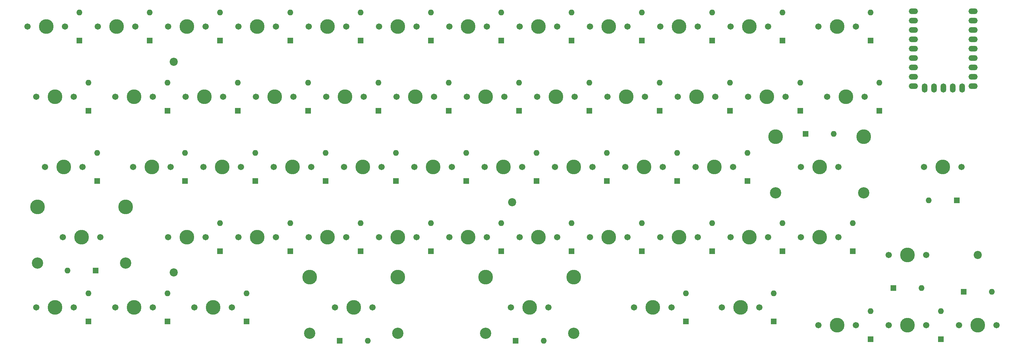
<source format=gbr>
%TF.GenerationSoftware,KiCad,Pcbnew,7.0.9*%
%TF.CreationDate,2024-03-10T13:20:19+01:00*%
%TF.ProjectId,65petit,36357065-7469-4742-9e6b-696361645f70,rev?*%
%TF.SameCoordinates,Original*%
%TF.FileFunction,Soldermask,Top*%
%TF.FilePolarity,Negative*%
%FSLAX46Y46*%
G04 Gerber Fmt 4.6, Leading zero omitted, Abs format (unit mm)*
G04 Created by KiCad (PCBNEW 7.0.9) date 2024-03-10 13:20:19*
%MOMM*%
%LPD*%
G01*
G04 APERTURE LIST*
%ADD10C,1.701800*%
%ADD11C,3.987800*%
%ADD12R,1.600000X1.600000*%
%ADD13O,1.600000X1.600000*%
%ADD14O,2.500000X1.500000*%
%ADD15O,1.500000X2.500000*%
%ADD16C,2.200000*%
%ADD17C,3.048000*%
G04 APERTURE END LIST*
D10*
%TO.C,MX38*%
X102070000Y-107150000D03*
D11*
X107150000Y-107150000D03*
D10*
X112230000Y-107150000D03*
%TD*%
D12*
%TO.C,D22*%
X235212500Y-72860000D03*
D13*
X235212500Y-65240000D03*
%TD*%
D10*
%TO.C,MX17*%
X125882500Y-69050000D03*
D11*
X130962500Y-69050000D03*
D10*
X136042500Y-69050000D03*
%TD*%
%TO.C,MX59*%
X233038750Y-126200000D03*
D11*
X238118750Y-126200000D03*
D10*
X243198750Y-126200000D03*
%TD*%
%TO.C,MX32*%
X187795000Y-88100000D03*
D11*
X192875000Y-88100000D03*
D10*
X197955000Y-88100000D03*
%TD*%
D12*
%TO.C,D43*%
X211400000Y-110960000D03*
D13*
X211400000Y-103340000D03*
%TD*%
D12*
%TO.C,D45*%
X249500000Y-110960000D03*
D13*
X249500000Y-103340000D03*
%TD*%
%TO.C,D54*%
X82812500Y-122390000D03*
D12*
X82812500Y-130010000D03*
%TD*%
%TO.C,D21*%
X216162500Y-72860000D03*
D13*
X216162500Y-65240000D03*
%TD*%
D12*
%TO.C,D23*%
X254262500Y-72860000D03*
D13*
X254262500Y-65240000D03*
%TD*%
D10*
%TO.C,MX47*%
X259232500Y-130962500D03*
D11*
X264312500Y-130962500D03*
D10*
X269392500Y-130962500D03*
%TD*%
D12*
%TO.C,D30*%
X163775000Y-91910000D03*
D13*
X163775000Y-84290000D03*
%TD*%
D10*
%TO.C,MX30*%
X149695000Y-88100000D03*
D11*
X154775000Y-88100000D03*
D10*
X159855000Y-88100000D03*
%TD*%
%TO.C,MX58*%
X209226250Y-126200000D03*
D11*
X214306250Y-126200000D03*
D10*
X219386250Y-126200000D03*
%TD*%
%TO.C,MX45*%
X235420000Y-107150000D03*
D11*
X240500000Y-107150000D03*
D10*
X245580000Y-107150000D03*
%TD*%
D12*
%TO.C,D50*%
X298602500Y-121962500D03*
D13*
X306222500Y-121962500D03*
%TD*%
D10*
%TO.C,MX5*%
X121120000Y-50000000D03*
D11*
X126200000Y-50000000D03*
D10*
X131280000Y-50000000D03*
%TD*%
%TO.C,MX13*%
X47301250Y-69050000D03*
D11*
X52381250Y-69050000D03*
D10*
X57461250Y-69050000D03*
%TD*%
%TO.C,MX46*%
X254470000Y-107150000D03*
D11*
X259550000Y-107150000D03*
D10*
X264630000Y-107150000D03*
%TD*%
%TO.C,MX19*%
X163982500Y-69050000D03*
D11*
X169062500Y-69050000D03*
D10*
X174142500Y-69050000D03*
%TD*%
%TO.C,MX40*%
X140170000Y-107150000D03*
D11*
X145250000Y-107150000D03*
D10*
X150330000Y-107150000D03*
%TD*%
%TO.C,MX12*%
X259232500Y-50000000D03*
D11*
X264312500Y-50000000D03*
D10*
X269392500Y-50000000D03*
%TD*%
%TO.C,MX49*%
X278282500Y-111912500D03*
D11*
X283362500Y-111912500D03*
D10*
X288442500Y-111912500D03*
%TD*%
D12*
%TO.C,D10*%
X230450000Y-53810000D03*
D13*
X230450000Y-46190000D03*
%TD*%
D12*
%TO.C,D51*%
X296697500Y-97100000D03*
D13*
X289077500Y-97100000D03*
%TD*%
%TO.C,D53*%
X61381250Y-122390000D03*
D12*
X61381250Y-130010000D03*
%TD*%
D10*
%TO.C,MX14*%
X68732500Y-69050000D03*
D11*
X73812500Y-69050000D03*
D10*
X78892500Y-69050000D03*
%TD*%
D12*
%TO.C,D40*%
X154250000Y-110960000D03*
D13*
X154250000Y-103340000D03*
%TD*%
D10*
%TO.C,MX42*%
X178270000Y-107150000D03*
D11*
X183350000Y-107150000D03*
D10*
X188430000Y-107150000D03*
%TD*%
D12*
%TO.C,D16*%
X120912500Y-72860000D03*
D13*
X120912500Y-65240000D03*
%TD*%
D10*
%TO.C,MX54*%
X68732500Y-126200000D03*
D11*
X73812500Y-126200000D03*
D10*
X78892500Y-126200000D03*
%TD*%
D12*
%TO.C,D19*%
X178062500Y-72860000D03*
D13*
X178062500Y-65240000D03*
%TD*%
D10*
%TO.C,MX48*%
X278282500Y-130962500D03*
D11*
X283362500Y-130962500D03*
D10*
X288442500Y-130962500D03*
%TD*%
%TO.C,MX7*%
X159220000Y-50000000D03*
D11*
X164300000Y-50000000D03*
D10*
X169380000Y-50000000D03*
%TD*%
%TO.C,MX34*%
X225895000Y-88100000D03*
D11*
X230975000Y-88100000D03*
D10*
X236055000Y-88100000D03*
%TD*%
%TO.C,MX3*%
X83020000Y-50000000D03*
D11*
X88100000Y-50000000D03*
D10*
X93180000Y-50000000D03*
%TD*%
D14*
%TO.C,U1*%
X301151250Y-45793125D03*
X301151250Y-48333125D03*
X301151250Y-50873125D03*
X301151250Y-53413125D03*
X301151250Y-55953125D03*
X301151250Y-58493125D03*
X301151250Y-61033125D03*
X301151250Y-63573125D03*
X301151250Y-66113125D03*
D15*
X298111250Y-66613125D03*
X295571250Y-66613125D03*
X293031250Y-66613125D03*
X290491250Y-66613125D03*
X287951250Y-66613125D03*
D14*
X284911250Y-66113125D03*
X284911250Y-63573125D03*
X284911250Y-61033125D03*
X284911250Y-58493125D03*
X284911250Y-55953125D03*
X284911250Y-53413125D03*
X284911250Y-50873125D03*
X284911250Y-48333125D03*
X284911250Y-45793125D03*
%TD*%
D12*
%TO.C,D33*%
X220925000Y-91910000D03*
D13*
X220925000Y-84290000D03*
%TD*%
D12*
%TO.C,D37*%
X97100000Y-110960000D03*
D13*
X97100000Y-103340000D03*
%TD*%
D16*
%TO.C,REF\u002A\u002A*%
X176206250Y-97625000D03*
%TD*%
D10*
%TO.C,MX8*%
X178270000Y-50000000D03*
D11*
X183350000Y-50000000D03*
D10*
X188430000Y-50000000D03*
%TD*%
D12*
%TO.C,D48*%
X292362500Y-134772500D03*
D13*
X292362500Y-127152500D03*
%TD*%
D12*
%TO.C,D8*%
X192350000Y-53810000D03*
D13*
X192350000Y-46190000D03*
%TD*%
D10*
%TO.C,MX16*%
X106832500Y-69050000D03*
D11*
X111912500Y-69050000D03*
D10*
X116992500Y-69050000D03*
%TD*%
D12*
%TO.C,D41*%
X173300000Y-110960000D03*
D13*
X173300000Y-103340000D03*
%TD*%
D12*
%TO.C,D3*%
X97100000Y-53810000D03*
D13*
X97100000Y-46190000D03*
%TD*%
D10*
%TO.C,MX31*%
X168745000Y-88100000D03*
D11*
X173825000Y-88100000D03*
D10*
X178905000Y-88100000D03*
%TD*%
D12*
%TO.C,D42*%
X192350000Y-110960000D03*
D13*
X192350000Y-103340000D03*
%TD*%
D12*
%TO.C,D39*%
X135200000Y-110960000D03*
D13*
X135200000Y-103340000D03*
%TD*%
D10*
%TO.C,MX15*%
X87782500Y-69050000D03*
D11*
X92862500Y-69050000D03*
D10*
X97942500Y-69050000D03*
%TD*%
D12*
%TO.C,D11*%
X249500000Y-53810000D03*
D13*
X249500000Y-46190000D03*
%TD*%
D12*
%TO.C,D57*%
X177158750Y-135200000D03*
D13*
X184778750Y-135200000D03*
%TD*%
D12*
%TO.C,D38*%
X116150000Y-110960000D03*
D13*
X116150000Y-103340000D03*
%TD*%
D10*
%TO.C,MX4*%
X102070000Y-50000000D03*
D11*
X107150000Y-50000000D03*
D10*
X112230000Y-50000000D03*
%TD*%
D12*
%TO.C,D36*%
X63335000Y-116150000D03*
D13*
X55715000Y-116150000D03*
%TD*%
D12*
%TO.C,D32*%
X201875000Y-91910000D03*
D13*
X201875000Y-84290000D03*
%TD*%
D10*
%TO.C,MX23*%
X240182500Y-69050000D03*
D11*
X245262500Y-69050000D03*
D10*
X250342500Y-69050000D03*
%TD*%
D12*
%TO.C,D9*%
X211400000Y-53810000D03*
D13*
X211400000Y-46190000D03*
%TD*%
D12*
%TO.C,D47*%
X273312500Y-134772500D03*
D13*
X273312500Y-127152500D03*
%TD*%
D12*
%TO.C,D18*%
X159012500Y-72860000D03*
D13*
X159012500Y-65240000D03*
%TD*%
D12*
%TO.C,D25*%
X63762500Y-91910000D03*
D13*
X63762500Y-84290000D03*
%TD*%
D10*
%TO.C,MX29*%
X130645000Y-88100000D03*
D11*
X135725000Y-88100000D03*
D10*
X140805000Y-88100000D03*
%TD*%
D12*
%TO.C,D5*%
X135200000Y-53810000D03*
D13*
X135200000Y-46190000D03*
%TD*%
D12*
%TO.C,D4*%
X116150000Y-53810000D03*
D13*
X116150000Y-46190000D03*
%TD*%
D10*
%TO.C,MX53*%
X47301250Y-126200000D03*
D11*
X52381250Y-126200000D03*
D10*
X57461250Y-126200000D03*
%TD*%
D16*
%TO.C,REF\u002A\u002A*%
X84528125Y-116675000D03*
%TD*%
D10*
%TO.C,MX11*%
X235420000Y-50000000D03*
D11*
X240500000Y-50000000D03*
D10*
X245580000Y-50000000D03*
%TD*%
D16*
%TO.C,REF\u002A\u002A*%
X84528125Y-59525000D03*
%TD*%
D12*
%TO.C,D31*%
X182825000Y-91910000D03*
D13*
X182825000Y-84290000D03*
%TD*%
D12*
%TO.C,D26*%
X87575000Y-91910000D03*
D13*
X87575000Y-84290000D03*
%TD*%
D10*
%TO.C,MX55*%
X90163750Y-126200000D03*
D11*
X95243750Y-126200000D03*
D10*
X100323750Y-126200000D03*
%TD*%
%TO.C,MX26*%
X73495000Y-88100000D03*
D11*
X78575000Y-88100000D03*
D10*
X83655000Y-88100000D03*
%TD*%
D12*
%TO.C,D49*%
X279552500Y-120912500D03*
D13*
X287172500Y-120912500D03*
%TD*%
D10*
%TO.C,MX10*%
X216370000Y-50000000D03*
D11*
X221450000Y-50000000D03*
D10*
X226530000Y-50000000D03*
%TD*%
%TO.C,MX20*%
X183032500Y-69050000D03*
D11*
X188112500Y-69050000D03*
D10*
X193192500Y-69050000D03*
%TD*%
D12*
%TO.C,D6*%
X154250000Y-53810000D03*
D13*
X154250000Y-46190000D03*
%TD*%
D10*
%TO.C,MX18*%
X144932500Y-69050000D03*
D11*
X150012500Y-69050000D03*
D10*
X155092500Y-69050000D03*
%TD*%
D12*
%TO.C,D13*%
X61381250Y-72860000D03*
D13*
X61381250Y-65240000D03*
%TD*%
D12*
%TO.C,D27*%
X106625000Y-91910000D03*
D13*
X106625000Y-84290000D03*
%TD*%
D12*
%TO.C,D29*%
X144725000Y-91910000D03*
D13*
X144725000Y-84290000D03*
%TD*%
%TO.C,D55*%
X104243750Y-122390000D03*
D12*
X104243750Y-130010000D03*
%TD*%
D10*
%TO.C,MX43*%
X197320000Y-107150000D03*
D11*
X202400000Y-107150000D03*
D10*
X207480000Y-107150000D03*
%TD*%
D12*
%TO.C,D59*%
X247118750Y-130010000D03*
D13*
X247118750Y-122390000D03*
%TD*%
D11*
%TO.C,MX56*%
X121405750Y-117945000D03*
D17*
X121405750Y-133185000D03*
D10*
X128263750Y-126200000D03*
D11*
X133343750Y-126200000D03*
D10*
X138423750Y-126200000D03*
D11*
X145281750Y-117945000D03*
D17*
X145281750Y-133185000D03*
%TD*%
D12*
%TO.C,D12*%
X273312500Y-53810000D03*
D13*
X273312500Y-46190000D03*
%TD*%
D10*
%TO.C,MX21*%
X202082500Y-69050000D03*
D11*
X207162500Y-69050000D03*
D10*
X212242500Y-69050000D03*
%TD*%
D12*
%TO.C,D7*%
X173300000Y-53810000D03*
D13*
X173300000Y-46190000D03*
%TD*%
D10*
%TO.C,MX41*%
X159220000Y-107150000D03*
D11*
X164300000Y-107150000D03*
D10*
X169380000Y-107150000D03*
%TD*%
D12*
%TO.C,D1*%
X59000000Y-53810000D03*
D13*
X59000000Y-46190000D03*
%TD*%
D10*
%TO.C,MX39*%
X121120000Y-107150000D03*
D11*
X126200000Y-107150000D03*
D10*
X131280000Y-107150000D03*
%TD*%
D12*
%TO.C,D44*%
X230450000Y-110960000D03*
D13*
X230450000Y-103340000D03*
%TD*%
D11*
%TO.C,MX35*%
X247612000Y-79845000D03*
D17*
X247612000Y-95085000D03*
D10*
X254470000Y-88100000D03*
D11*
X259550000Y-88100000D03*
D10*
X264630000Y-88100000D03*
D11*
X271488000Y-79845000D03*
D17*
X271488000Y-95085000D03*
%TD*%
D10*
%TO.C,MX37*%
X83020000Y-107150000D03*
D11*
X88100000Y-107150000D03*
D10*
X93180000Y-107150000D03*
%TD*%
D16*
%TO.C,REF\u002A\u002A*%
X302412500Y-111912500D03*
%TD*%
D10*
%TO.C,MX24*%
X261613750Y-69050000D03*
D11*
X266693750Y-69050000D03*
D10*
X271773750Y-69050000D03*
%TD*%
%TO.C,MX9*%
X197320000Y-50000000D03*
D11*
X202400000Y-50000000D03*
D10*
X207480000Y-50000000D03*
%TD*%
D12*
%TO.C,D2*%
X78050000Y-53810000D03*
D13*
X78050000Y-46190000D03*
%TD*%
D12*
%TO.C,D20*%
X197112500Y-72860000D03*
D13*
X197112500Y-65240000D03*
%TD*%
D10*
%TO.C,MX2*%
X63970000Y-50000000D03*
D11*
X69050000Y-50000000D03*
D10*
X74130000Y-50000000D03*
%TD*%
%TO.C,MX44*%
X216370000Y-107150000D03*
D11*
X221450000Y-107150000D03*
D10*
X226530000Y-107150000D03*
%TD*%
%TO.C,MX1*%
X44920000Y-50000000D03*
D11*
X50000000Y-50000000D03*
D10*
X55080000Y-50000000D03*
%TD*%
%TO.C,MX22*%
X221132500Y-69050000D03*
D11*
X226212500Y-69050000D03*
D10*
X231292500Y-69050000D03*
%TD*%
%TO.C,MX33*%
X206845000Y-88100000D03*
D11*
X211925000Y-88100000D03*
D10*
X217005000Y-88100000D03*
%TD*%
D12*
%TO.C,D34*%
X239975000Y-91910000D03*
D13*
X239975000Y-84290000D03*
%TD*%
D12*
%TO.C,D28*%
X125675000Y-91910000D03*
D13*
X125675000Y-84290000D03*
%TD*%
D12*
%TO.C,D56*%
X129533750Y-135200000D03*
D13*
X137153750Y-135200000D03*
%TD*%
D10*
%TO.C,MX51*%
X287807500Y-88100000D03*
D11*
X292887500Y-88100000D03*
D10*
X297967500Y-88100000D03*
%TD*%
%TO.C,MX25*%
X49682500Y-88100000D03*
D11*
X54762500Y-88100000D03*
D10*
X59842500Y-88100000D03*
%TD*%
%TO.C,MX6*%
X140170000Y-50000000D03*
D11*
X145250000Y-50000000D03*
D10*
X150330000Y-50000000D03*
%TD*%
D11*
%TO.C,MX57*%
X169030750Y-117945000D03*
D17*
X169030750Y-133185000D03*
D10*
X175888750Y-126200000D03*
D11*
X180968750Y-126200000D03*
D10*
X186048750Y-126200000D03*
D11*
X192906750Y-117945000D03*
D17*
X192906750Y-133185000D03*
%TD*%
D12*
%TO.C,D24*%
X275693750Y-72860000D03*
D13*
X275693750Y-65240000D03*
%TD*%
D12*
%TO.C,D15*%
X101862500Y-72860000D03*
D13*
X101862500Y-65240000D03*
%TD*%
D12*
%TO.C,D58*%
X223306250Y-130010000D03*
D13*
X223306250Y-122390000D03*
%TD*%
D10*
%TO.C,MX27*%
X92545000Y-88100000D03*
D11*
X97625000Y-88100000D03*
D10*
X102705000Y-88100000D03*
%TD*%
D11*
%TO.C,MX36*%
X47587000Y-98895000D03*
D17*
X47587000Y-114135000D03*
D10*
X54445000Y-107150000D03*
D11*
X59525000Y-107150000D03*
D10*
X64605000Y-107150000D03*
D11*
X71463000Y-98895000D03*
D17*
X71463000Y-114135000D03*
%TD*%
D10*
%TO.C,MX28*%
X111595000Y-88100000D03*
D11*
X116675000Y-88100000D03*
D10*
X121755000Y-88100000D03*
%TD*%
D12*
%TO.C,D35*%
X255740000Y-79100000D03*
D13*
X263360000Y-79100000D03*
%TD*%
D10*
%TO.C,MX50*%
X297332500Y-130962500D03*
D11*
X302412500Y-130962500D03*
D10*
X307492500Y-130962500D03*
%TD*%
D12*
%TO.C,D14*%
X82812500Y-72860000D03*
D13*
X82812500Y-65240000D03*
%TD*%
D12*
%TO.C,D17*%
X139962500Y-72860000D03*
D13*
X139962500Y-65240000D03*
%TD*%
D12*
%TO.C,D46*%
X268550000Y-110960000D03*
D13*
X268550000Y-103340000D03*
%TD*%
M02*

</source>
